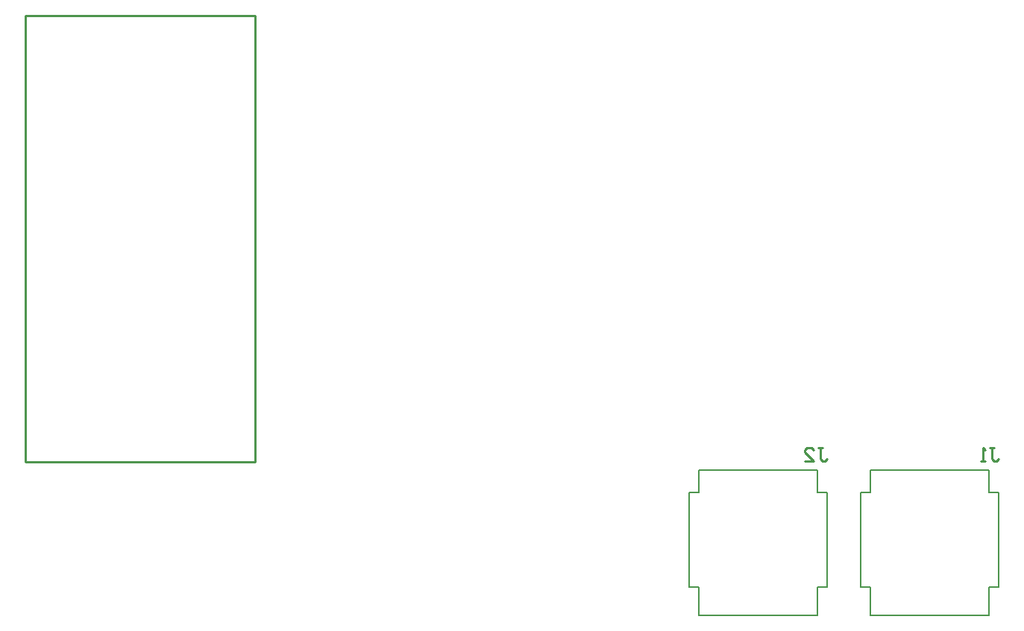
<source format=gbr>
%TF.GenerationSoftware,Altium Limited,Altium Designer,23.10.1 (27)*%
G04 Layer_Color=32896*
%FSLAX45Y45*%
%MOMM*%
%TF.SameCoordinates,F6A67EC3-CF4D-4AC4-9858-863E4A550454*%
%TF.FilePolarity,Positive*%
%TF.FileFunction,Legend,Bot*%
%TF.Part,Single*%
G01*
G75*
%TA.AperFunction,NonConductor*%
%ADD23C,0.25400*%
%ADD24C,0.20000*%
D23*
X1816100Y7289800D02*
X4419600D01*
X1816100Y2222500D02*
X4419600D01*
X1816100D02*
Y7289800D01*
X4419600Y2222500D02*
Y7289800D01*
X10815353Y2385011D02*
X10866137D01*
X10840745D01*
Y2258052D01*
X10866137Y2232660D01*
X10891528D01*
X10916920Y2258052D01*
X10663002Y2232660D02*
X10764569D01*
X10663002Y2334227D01*
Y2359619D01*
X10688394Y2385011D01*
X10739177D01*
X10764569Y2359619D01*
X12758453Y2385011D02*
X12809238D01*
X12783845D01*
Y2258052D01*
X12809238Y2232660D01*
X12834628D01*
X12860020Y2258052D01*
X12707669Y2232660D02*
X12656886D01*
X12682277D01*
Y2385011D01*
X12707669Y2359619D01*
D24*
X9350100Y1879100D02*
X9462100D01*
X9350100Y799100D02*
Y1879100D01*
Y799100D02*
X9462100D01*
Y481100D02*
Y799100D01*
Y1879100D02*
Y2129100D01*
X10807100Y1879100D02*
Y2129100D01*
Y481100D02*
Y799100D01*
X10919100D01*
Y1879100D01*
X10807100D02*
X10919100D01*
X9462100Y2129100D02*
X10807100D01*
X9462100Y481100D02*
X10807100D01*
X11405200D02*
X12750200D01*
X11405200Y2129100D02*
X12750200D01*
Y1879100D02*
X12862199D01*
Y799100D02*
Y1879100D01*
X12750200Y799100D02*
X12862199D01*
X12750200Y481100D02*
Y799100D01*
Y1879100D02*
Y2129100D01*
X11405200Y1879100D02*
Y2129100D01*
Y481100D02*
Y799100D01*
X11293200D02*
X11405200D01*
X11293200D02*
Y1879100D01*
X11405200D01*
%TF.MD5,e917fdfd4708ce5c89833dc985ce9076*%
M02*

</source>
